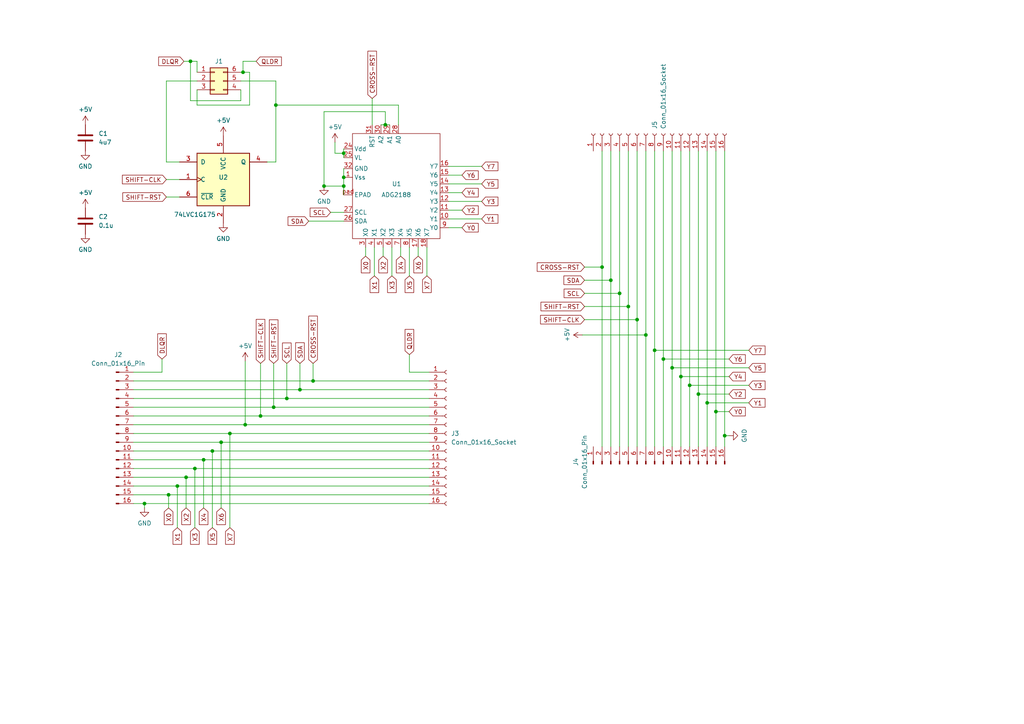
<source format=kicad_sch>
(kicad_sch (version 20230121) (generator eeschema)
  (paper "A4")
  (lib_symbols
    (symbol "74xGxx:74LVC1G175" (pin_names (offset 1.016))
      (property "Reference" "U" (at -5.08 10.16 0))
      (property "Value" "74LVC1G175" (at 10.16 -10.16 0))
      (symbol "74LVC1G175_0_1"
        (rectangle (start -7.62 7.62) (end 7.62 -7.62) (stroke (width 0.254)) (fill (type background)))
      )
      (symbol "74LVC1G175_1_1"
        (pin input clock (at -12.7 0 0) (length 5.08) (name "C") (number "1"))
        (pin power_in line (at 0 -12.7 90) (length 5.08) (name "GND") (number "2"))
        (pin input line (at -12.7 5.08 0) (length 5.08) (name "D") (number "3"))
        (pin output line (at 12.7 5.08 180) (length 5.08) (name "Q") (number "4"))
        (pin power_in line (at 0 12.7 270) (length 5.08) (name "VCC") (number "5"))
        (pin input line (at -12.7 -5.08 0) (length 5.08) (name "~{CLR}") (number "6"))
      )
    )
    (symbol "Connector:Conn_01x16_Pin" (pin_names (offset 1.016) hide)
      (property "Reference" "J" (at 0 20.32 0))
      (property "Value" "Conn_01x16_Pin" (at 0 -22.86 0))
      (symbol "Conn_01x16_Pin_1_1"
        (polyline (pts (xy 1.27 -20.32) (xy 0.8636 -20.32)) (stroke (width 0.1524)))
        (polyline (pts (xy 1.27 -17.78) (xy 0.8636 -17.78)) (stroke (width 0.1524)))
        (polyline (pts (xy 1.27 -15.24) (xy 0.8636 -15.24)) (stroke (width 0.1524)))
        (polyline (pts (xy 1.27 -12.7) (xy 0.8636 -12.7)) (stroke (width 0.1524)))
        (polyline (pts (xy 1.27 -10.16) (xy 0.8636 -10.16)) (stroke (width 0.1524)))
        (polyline (pts (xy 1.27 -7.62) (xy 0.8636 -7.62)) (stroke (width 0.1524)))
        (polyline (pts (xy 1.27 -5.08) (xy 0.8636 -5.08)) (stroke (width 0.1524)))
        (polyline (pts (xy 1.27 -2.54) (xy 0.8636 -2.54)) (stroke (width 0.1524)))
        (polyline (pts (xy 1.27 0) (xy 0.8636 0)) (stroke (width 0.1524)))
        (polyline (pts (xy 1.27 2.54) (xy 0.8636 2.54)) (stroke (width 0.1524)))
        (polyline (pts (xy 1.27 5.08) (xy 0.8636 5.08)) (stroke (width 0.1524)))
        (polyline (pts (xy 1.27 7.62) (xy 0.8636 7.62)) (stroke (width 0.1524)))
        (polyline (pts (xy 1.27 10.16) (xy 0.8636 10.16)) (stroke (width 0.1524)))
        (polyline (pts (xy 1.27 12.7) (xy 0.8636 12.7)) (stroke (width 0.1524)))
        (polyline (pts (xy 1.27 15.24) (xy 0.8636 15.24)) (stroke (width 0.1524)))
        (polyline (pts (xy 1.27 17.78) (xy 0.8636 17.78)) (stroke (width 0.1524)))
        (rectangle (start 0.8636 -20.193) (end 0 -20.447) (stroke (width 0.1524)) (fill (type outline)))
        (rectangle (start 0.8636 -17.653) (end 0 -17.907) (stroke (width 0.1524)) (fill (type outline)))
        (rectangle (start 0.8636 -15.113) (end 0 -15.367) (stroke (width 0.1524)) (fill (type outline)))
        (rectangle (start 0.8636 -12.573) (end 0 -12.827) (stroke (width 0.1524)) (fill (type outline)))
        (rectangle (start 0.8636 -10.033) (end 0 -10.287) (stroke (width 0.1524)) (fill (type outline)))
        (rectangle (start 0.8636 -7.493) (end 0 -7.747) (stroke (width 0.1524)) (fill (type outline)))
        (rectangle (start 0.8636 -4.953) (end 0 -5.207) (stroke (width 0.1524)) (fill (type outline)))
        (rectangle (start 0.8636 -2.413) (end 0 -2.667) (stroke (width 0.1524)) (fill (type outline)))
        (rectangle (start 0.8636 0.127) (end 0 -0.127) (stroke (width 0.1524)) (fill (type outline)))
        (rectangle (start 0.8636 2.667) (end 0 2.413) (stroke (width 0.1524)) (fill (type outline)))
        (rectangle (start 0.8636 5.207) (end 0 4.953) (stroke (width 0.1524)) (fill (type outline)))
        (rectangle (start 0.8636 7.747) (end 0 7.493) (stroke (width 0.1524)) (fill (type outline)))
        (rectangle (start 0.8636 10.287) (end 0 10.033) (stroke (width 0.1524)) (fill (type outline)))
        (rectangle (start 0.8636 12.827) (end 0 12.573) (stroke (width 0.1524)) (fill (type outline)))
        (rectangle (start 0.8636 15.367) (end 0 15.113) (stroke (width 0.1524)) (fill (type outline)))
        (rectangle (start 0.8636 17.907) (end 0 17.653) (stroke (width 0.1524)) (fill (type outline)))
        (pin passive line (at 5.08 17.78 180) (length 3.81) (name "Pin_1") (number "1"))
        (pin passive line (at 5.08 -5.08 180) (length 3.81) (name "Pin_10") (number "10"))
        (pin passive line (at 5.08 -7.62 180) (length 3.81) (name "Pin_11") (number "11"))
        (pin passive line (at 5.08 -10.16 180) (length 3.81) (name "Pin_12") (number "12"))
        (pin passive line (at 5.08 -12.7 180) (length 3.81) (name "Pin_13") (number "13"))
        (pin passive line (at 5.08 -15.24 180) (length 3.81) (name "Pin_14") (number "14"))
        (pin passive line (at 5.08 -17.78 180) (length 3.81) (name "Pin_15") (number "15"))
        (pin passive line (at 5.08 -20.32 180) (length 3.81) (name "Pin_16") (number "16"))
        (pin passive line (at 5.08 15.24 180) (length 3.81) (name "Pin_2") (number "2"))
        (pin passive line (at 5.08 12.7 180) (length 3.81) (name "Pin_3") (number "3"))
        (pin passive line (at 5.08 10.16 180) (length 3.81) (name "Pin_4") (number "4"))
        (pin passive line (at 5.08 7.62 180) (length 3.81) (name "Pin_5") (number "5"))
        (pin passive line (at 5.08 5.08 180) (length 3.81) (name "Pin_6") (number "6"))
        (pin passive line (at 5.08 2.54 180) (length 3.81) (name "Pin_7") (number "7"))
        (pin passive line (at 5.08 0 180) (length 3.81) (name "Pin_8") (number "8"))
        (pin passive line (at 5.08 -2.54 180) (length 3.81) (name "Pin_9") (number "9"))
      )
    )
    (symbol "Connector:Conn_01x16_Socket" (pin_names (offset 1.016) hide)
      (property "Reference" "J" (at 0 20.32 0))
      (property "Value" "Conn_01x16_Socket" (at 0 -22.86 0))
      (symbol "Conn_01x16_Socket_1_1"
        (arc (start 0 -19.812) (mid -0.5058 -20.32) (end 0 -20.828) (stroke (width 0.1524)))
        (arc (start 0 -17.272) (mid -0.5058 -17.78) (end 0 -18.288) (stroke (width 0.1524)))
        (arc (start 0 -14.732) (mid -0.5058 -15.24) (end 0 -15.748) (stroke (width 0.1524)))
        (arc (start 0 -12.192) (mid -0.5058 -12.7) (end 0 -13.208) (stroke (width 0.1524)))
        (arc (start 0 -9.652) (mid -0.5058 -10.16) (end 0 -10.668) (stroke (width 0.1524)))
        (arc (start 0 -7.112) (mid -0.5058 -7.62) (end 0 -8.128) (stroke (width 0.1524)))
        (arc (start 0 -4.572) (mid -0.5058 -5.08) (end 0 -5.588) (stroke (width 0.1524)))
        (arc (start 0 -2.032) (mid -0.5058 -2.54) (end 0 -3.048) (stroke (width 0.1524)))
        (polyline (pts (xy -1.27 -20.32) (xy -0.508 -20.32)) (stroke (width 0.1524)))
        (polyline (pts (xy -1.27 -17.78) (xy -0.508 -17.78)) (stroke (width 0.1524)))
        (polyline (pts (xy -1.27 -15.24) (xy -0.508 -15.24)) (stroke (width 0.1524)))
        (polyline (pts (xy -1.27 -12.7) (xy -0.508 -12.7)) (stroke (width 0.1524)))
        (polyline (pts (xy -1.27 -10.16) (xy -0.508 -10.16)) (stroke (width 0.1524)))
        (polyline (pts (xy -1.27 -7.62) (xy -0.508 -7.62)) (stroke (width 0.1524)))
        (polyline (pts (xy -1.27 -5.08) (xy -0.508 -5.08)) (stroke (width 0.1524)))
        (polyline (pts (xy -1.27 -2.54) (xy -0.508 -2.54)) (stroke (width 0.1524)))
        (polyline (pts (xy -1.27 0) (xy -0.508 0)) (stroke (width 0.1524)))
        (polyline (pts (xy -1.27 2.54) (xy -0.508 2.54)) (stroke (width 0.1524)))
        (polyline (pts (xy -1.27 5.08) (xy -0.508 5.08)) (stroke (width 0.1524)))
        (polyline (pts (xy -1.27 7.62) (xy -0.508 7.62)) (stroke (width 0.1524)))
        (polyline (pts (xy -1.27 10.16) (xy -0.508 10.16)) (stroke (width 0.1524)))
        (polyline (pts (xy -1.27 12.7) (xy -0.508 12.7)) (stroke (width 0.1524)))
        (polyline (pts (xy -1.27 15.24) (xy -0.508 15.24)) (stroke (width 0.1524)))
        (polyline (pts (xy -1.27 17.78) (xy -0.508 17.78)) (stroke (width 0.1524)))
        (arc (start 0 0.508) (mid -0.5058 0) (end 0 -0.508) (stroke (width 0.1524)))
        (arc (start 0 3.048) (mid -0.5058 2.54) (end 0 2.032) (stroke (width 0.1524)))
        (arc (start 0 5.588) (mid -0.5058 5.08) (end 0 4.572) (stroke (width 0.1524)))
        (arc (start 0 8.128) (mid -0.5058 7.62) (end 0 7.112) (stroke (width 0.1524)))
        (arc (start 0 10.668) (mid -0.5058 10.16) (end 0 9.652) (stroke (width 0.1524)))
        (arc (start 0 13.208) (mid -0.5058 12.7) (end 0 12.192) (stroke (width 0.1524)))
        (arc (start 0 15.748) (mid -0.5058 15.24) (end 0 14.732) (stroke (width 0.1524)))
        (arc (start 0 18.288) (mid -0.5058 17.78) (end 0 17.272) (stroke (width 0.1524)))
        (pin passive line (at -5.08 17.78 0) (length 3.81) (name "Pin_1") (number "1"))
        (pin passive line (at -5.08 -5.08 0) (length 3.81) (name "Pin_10") (number "10"))
        (pin passive line (at -5.08 -7.62 0) (length 3.81) (name "Pin_11") (number "11"))
        (pin passive line (at -5.08 -10.16 0) (length 3.81) (name "Pin_12") (number "12"))
        (pin passive line (at -5.08 -12.7 0) (length 3.81) (name "Pin_13") (number "13"))
        (pin passive line (at -5.08 -15.24 0) (length 3.81) (name "Pin_14") (number "14"))
        (pin passive line (at -5.08 -17.78 0) (length 3.81) (name "Pin_15") (number "15"))
        (pin passive line (at -5.08 -20.32 0) (length 3.81) (name "Pin_16") (number "16"))
        (pin passive line (at -5.08 15.24 0) (length 3.81) (name "Pin_2") (number "2"))
        (pin passive line (at -5.08 12.7 0) (length 3.81) (name "Pin_3") (number "3"))
        (pin passive line (at -5.08 10.16 0) (length 3.81) (name "Pin_4") (number "4"))
        (pin passive line (at -5.08 7.62 0) (length 3.81) (name "Pin_5") (number "5"))
        (pin passive line (at -5.08 5.08 0) (length 3.81) (name "Pin_6") (number "6"))
        (pin passive line (at -5.08 2.54 0) (length 3.81) (name "Pin_7") (number "7"))
        (pin passive line (at -5.08 0 0) (length 3.81) (name "Pin_8") (number "8"))
        (pin passive line (at -5.08 -2.54 0) (length 3.81) (name "Pin_9") (number "9"))
      )
    )
    (symbol "Connector_Generic:Conn_02x03_Counter_Clockwise" (pin_names (offset 1.016) hide)
      (property "Reference" "J" (at 1.27 5.08 0))
      (property "Value" "Conn_02x03_Counter_Clockwise" (at 1.27 -5.08 0))
      (symbol "Conn_02x03_Counter_Clockwise_1_1"
        (rectangle (start -1.27 -2.413) (end 0 -2.667) (stroke (width 0.1524)))
        (rectangle (start -1.27 0.127) (end 0 -0.127) (stroke (width 0.1524)))
        (rectangle (start -1.27 2.667) (end 0 2.413) (stroke (width 0.1524)))
        (rectangle (start -1.27 3.81) (end 3.81 -3.81) (stroke (width 0.254)) (fill (type background)))
        (rectangle (start 3.81 -2.413) (end 2.54 -2.667) (stroke (width 0.1524)))
        (rectangle (start 3.81 0.127) (end 2.54 -0.127) (stroke (width 0.1524)))
        (rectangle (start 3.81 2.667) (end 2.54 2.413) (stroke (width 0.1524)))
        (pin passive line (at -5.08 2.54 0) (length 3.81) (name "Pin_1") (number "1"))
        (pin passive line (at -5.08 0 0) (length 3.81) (name "Pin_2") (number "2"))
        (pin passive line (at -5.08 -2.54 0) (length 3.81) (name "Pin_3") (number "3"))
        (pin passive line (at 7.62 -2.54 180) (length 3.81) (name "Pin_4") (number "4"))
        (pin passive line (at 7.62 0 180) (length 3.81) (name "Pin_5") (number "5"))
        (pin passive line (at 7.62 2.54 180) (length 3.81) (name "Pin_6") (number "6"))
      )
    )
    (symbol "Device:C" (pin_numbers hide) (pin_names (offset 0.254))
      (property "Reference" "C" (at 0.635 2.54 0))
      (property "Value" "C" (at 0.635 -2.54 0))
      (symbol "C_0_1"
        (polyline (pts (xy -2.032 -0.762) (xy 2.032 -0.762)) (stroke (width 0.508)))
        (polyline (pts (xy -2.032 0.762) (xy 2.032 0.762)) (stroke (width 0.508)))
      )
      (symbol "C_1_1"
        (pin passive line (at 0 3.81 270) (length 2.794) (name "~") (number "1"))
        (pin passive line (at 0 -3.81 90) (length 2.794) (name "~") (number "2"))
      )
    )
    (symbol "power:+5V" (power) (pin_names (offset 0))
      (property "Value" "+5V" (at 0 3.556 0))
      (symbol "+5V_0_1"
        (polyline (pts (xy -0.762 1.27) (xy 0 2.54)))
        (polyline (pts (xy 0 0) (xy 0 2.54)))
        (polyline (pts (xy 0 2.54) (xy 0.762 1.27)))
      )
      (symbol "+5V_1_1"
        (pin power_in line (at 0 0 90) (length 0) hide (name "+5V") (number "1"))
      )
    )
    (symbol "power:GND" (power) (pin_names (offset 0))
      (property "Value" "GND" (at 0 -3.81 0))
      (symbol "GND_0_1"
        (polyline (pts (xy 0 0) (xy 0 -1.27) (xy 1.27 -1.27) (xy 0 -2.54) (xy -1.27 -1.27) (xy 0 -1.27)))
      )
      (symbol "GND_1_1"
        (pin power_in line (at 0 0 270) (length 0) hide (name "GND") (number "1"))
      )
    )
    (symbol "reprapltd-kicad:ADG2188"
      (property "Reference" "U" (at -2.54 0 0))
      (symbol "ADG2188_0_1"
        (polyline (pts (xy -12.7 14.605) (xy 12.7 14.605) (xy 12.7 -15.875) (xy -12.7 -15.875) (xy -12.7 14.605)))
      )
      (symbol "ADG2188_1_1"
        (pin power_in line (at -15.24 1.905 0) (length 2.54) (name "Vss") (number "1"))
        (pin bidirectional line (at 15.24 -10.16 180) (length 2.54) (name "Y1") (number "10"))
        (pin bidirectional line (at 15.24 -7.62 180) (length 2.54) (name "Y2") (number "11"))
        (pin bidirectional line (at 15.24 -5.08 180) (length 2.54) (name "Y3") (number "12"))
        (pin bidirectional line (at 15.24 -2.54 180) (length 2.54) (name "Y4") (number "13"))
        (pin bidirectional line (at 15.24 0 180) (length 2.54) (name "Y5") (number "14"))
        (pin bidirectional line (at 15.24 2.54 180) (length 2.54) (name "Y6") (number "15"))
        (pin bidirectional line (at 15.24 5.08 180) (length 2.54) (name "Y7") (number "16"))
        (pin bidirectional line (at 6.35 -18.415 90) (length 2.54) (name "X6") (number "17"))
        (pin bidirectional line (at 8.89 -18.415 90) (length 2.54) (name "X7") (number "18"))
        (pin power_in line (at -15.24 10.16 0) (length 2.54) (name "Vdd") (number "24"))
        (pin power_in line (at -15.24 7.62 0) (length 2.54) (name "VL") (number "25"))
        (pin input line (at -15.24 -10.795 0) (length 2.54) (name "SDA") (number "26"))
        (pin input line (at -15.24 -8.255 0) (length 2.54) (name "SCL") (number "27"))
        (pin input line (at 0.635 17.145 270) (length 2.54) (name "A0") (number "28"))
        (pin input line (at -1.905 17.145 270) (length 2.54) (name "A1") (number "29"))
        (pin bidirectional line (at -8.89 -18.415 90) (length 2.54) (name "X0") (number "3"))
        (pin input line (at -4.445 17.145 270) (length 2.54) (name "A2") (number "30"))
        (pin input line (at -6.985 17.145 270) (length 2.54) (name "RST") (number "31"))
        (pin power_in line (at -15.24 4.445 0) (length 2.54) (name "GND") (number "32"))
        (pin bidirectional line (at -6.35 -18.415 90) (length 2.54) (name "X1") (number "4"))
        (pin bidirectional line (at -3.81 -18.415 90) (length 2.54) (name "X2") (number "5"))
        (pin bidirectional line (at -1.27 -18.415 90) (length 2.54) (name "X3") (number "6"))
        (pin bidirectional line (at 1.27 -18.415 90) (length 2.54) (name "X4") (number "7"))
        (pin bidirectional line (at 3.81 -18.415 90) (length 2.54) (name "X5") (number "8"))
        (pin bidirectional line (at 15.24 -12.7 180) (length 2.54) (name "Y0") (number "9"))
        (pin power_in line (at -15.24 -3.175 0) (length 2.54) (name "EPAD") (number "pad"))
      )
    )
  )
  (junction (at 200.025 111.76))
  (junction (at 70.485 20.955))
  (junction (at 205.105 116.84))
  (junction (at 71.12 123.19))
  (junction (at 99.695 44.45))
  (junction (at 90.805 110.49))
  (junction (at 187.325 97.155))
  (junction (at 48.895 143.51))
  (junction (at 111.76 36.195))
  (junction (at 189.865 101.6))
  (junction (at 53.975 138.43))
  (junction (at 55.245 17.78))
  (junction (at 61.595 130.81))
  (junction (at 177.165 81.28))
  (junction (at 51.435 140.97))
  (junction (at 202.565 114.3))
  (junction (at 86.995 113.03))
  (junction (at 83.185 115.57))
  (junction (at 174.625 77.47))
  (junction (at 194.945 106.68))
  (junction (at 207.645 119.38))
  (junction (at 99.695 53.975))
  (junction (at 41.91 146.05))
  (junction (at 197.485 109.22))
  (junction (at 66.675 125.73))
  (junction (at 59.055 133.35))
  (junction (at 192.405 104.14))
  (junction (at 75.565 120.65))
  (junction (at 184.785 92.71))
  (junction (at 182.245 88.9))
  (junction (at 56.515 135.89))
  (junction (at 64.135 128.27))
  (junction (at 210.185 126.365))
  (junction (at 93.98 53.975))
  (junction (at 80.01 30.48))
  (junction (at 79.375 118.11))
  (junction (at 179.705 85.09))
  (junction (at 99.695 51.435))
  (wire (pts (xy 38.735 133.35) (xy 59.055 133.35)))
  (wire (pts (xy 66.675 125.73) (xy 124.46 125.73)))
  (wire (pts (xy 121.285 71.755) (xy 121.285 74.295)))
  (wire (pts (xy 80.01 30.48) (xy 115.57 30.48)))
  (wire (pts (xy 124.46 107.95) (xy 118.745 107.95)))
  (wire (pts (xy 38.735 128.27) (xy 64.135 128.27)))
  (wire (pts (xy 169.545 77.47) (xy 174.625 77.47)))
  (wire (pts (xy 130.175 48.26) (xy 139.7 48.26)))
  (wire (pts (xy 184.785 129.54) (xy 184.785 92.71)))
  (wire (pts (xy 130.175 55.88) (xy 133.985 55.88)))
  (wire (pts (xy 71.12 123.19) (xy 124.46 123.19)))
  (wire (pts (xy 99.695 53.975) (xy 99.695 56.515)))
  (wire (pts (xy 99.695 44.45) (xy 99.695 45.72)))
  (wire (pts (xy 38.735 140.97) (xy 51.435 140.97)))
  (wire (pts (xy 66.675 125.73) (xy 66.675 153.035)))
  (wire (pts (xy 194.945 106.68) (xy 194.945 43.815)))
  (wire (pts (xy 83.185 115.57) (xy 124.46 115.57)))
  (wire (pts (xy 194.945 106.68) (xy 217.17 106.68)))
  (wire (pts (xy 130.175 58.42) (xy 139.7 58.42)))
  (wire (pts (xy 189.865 101.6) (xy 217.17 101.6)))
  (wire (pts (xy 210.185 126.365) (xy 210.185 43.815)))
  (wire (pts (xy 59.055 133.35) (xy 59.055 147.32)))
  (wire (pts (xy 53.975 138.43) (xy 38.735 138.43)))
  (wire (pts (xy 99.695 44.45) (xy 97.155 44.45)))
  (wire (pts (xy 207.645 119.38) (xy 211.455 119.38)))
  (wire (pts (xy 111.125 71.755) (xy 111.125 74.295)))
  (wire (pts (xy 187.325 97.155) (xy 187.325 43.815)))
  (wire (pts (xy 192.405 104.14) (xy 192.405 43.815)))
  (wire (pts (xy 169.545 92.71) (xy 184.785 92.71)))
  (wire (pts (xy 80.01 30.48) (xy 80.01 46.99)))
  (wire (pts (xy 38.735 115.57) (xy 83.185 115.57)))
  (wire (pts (xy 56.515 135.89) (xy 56.515 153.035)))
  (wire (pts (xy 130.175 53.34) (xy 139.7 53.34)))
  (wire (pts (xy 86.995 105.41) (xy 86.995 113.03)))
  (wire (pts (xy 111.76 36.195) (xy 113.03 36.195)))
  (wire (pts (xy 51.435 140.97) (xy 124.46 140.97)))
  (wire (pts (xy 202.565 114.3) (xy 211.455 114.3)))
  (wire (pts (xy 64.135 128.27) (xy 124.46 128.27)))
  (wire (pts (xy 184.785 92.71) (xy 184.785 43.815)))
  (wire (pts (xy 200.025 111.76) (xy 217.17 111.76)))
  (wire (pts (xy 174.625 129.54) (xy 174.625 77.47)))
  (wire (pts (xy 205.105 129.54) (xy 205.105 116.84)))
  (wire (pts (xy 200.025 129.54) (xy 200.025 111.76)))
  (wire (pts (xy 130.175 63.5) (xy 139.7 63.5)))
  (wire (pts (xy 38.735 118.11) (xy 79.375 118.11)))
  (wire (pts (xy 70.485 17.78) (xy 74.295 17.78)))
  (wire (pts (xy 75.565 120.65) (xy 124.46 120.65)))
  (wire (pts (xy 69.85 23.495) (xy 80.01 23.495)))
  (wire (pts (xy 192.405 129.54) (xy 192.405 104.14)))
  (wire (pts (xy 169.545 81.28) (xy 177.165 81.28)))
  (wire (pts (xy 90.805 105.41) (xy 90.805 110.49)))
  (wire (pts (xy 38.735 123.19) (xy 71.12 123.19)))
  (wire (pts (xy 48.26 52.07) (xy 52.07 52.07)))
  (wire (pts (xy 179.705 129.54) (xy 179.705 85.09)))
  (wire (pts (xy 48.26 23.495) (xy 48.26 46.99)))
  (wire (pts (xy 210.185 126.365) (xy 211.455 126.365)))
  (wire (pts (xy 57.15 17.78) (xy 55.245 17.78)))
  (wire (pts (xy 70.485 20.955) (xy 70.485 17.78)))
  (wire (pts (xy 57.15 30.48) (xy 57.15 26.035)))
  (wire (pts (xy 38.735 120.65) (xy 75.565 120.65)))
  (wire (pts (xy 64.135 128.27) (xy 64.135 147.32)))
  (wire (pts (xy 83.185 105.41) (xy 83.185 115.57)))
  (wire (pts (xy 197.485 109.22) (xy 197.485 43.815)))
  (wire (pts (xy 38.735 113.03) (xy 86.995 113.03)))
  (wire (pts (xy 177.165 81.28) (xy 177.165 43.815)))
  (wire (pts (xy 46.99 107.95) (xy 46.99 104.14)))
  (wire (pts (xy 194.945 129.54) (xy 194.945 106.68)))
  (wire (pts (xy 80.01 23.495) (xy 80.01 30.48)))
  (wire (pts (xy 95.885 61.595) (xy 99.695 61.595)))
  (wire (pts (xy 207.645 129.54) (xy 207.645 119.38)))
  (wire (pts (xy 80.01 46.99) (xy 77.47 46.99)))
  (wire (pts (xy 197.485 109.22) (xy 211.455 109.22)))
  (wire (pts (xy 75.565 105.41) (xy 75.565 120.65)))
  (wire (pts (xy 118.745 71.755) (xy 118.745 80.01)))
  (wire (pts (xy 79.375 105.41) (xy 79.375 118.11)))
  (wire (pts (xy 111.76 36.195) (xy 111.76 32.385)))
  (wire (pts (xy 93.98 32.385) (xy 93.98 53.975)))
  (wire (pts (xy 69.85 26.035) (xy 69.85 29.21)))
  (wire (pts (xy 99.695 51.435) (xy 99.695 53.975)))
  (wire (pts (xy 113.665 71.755) (xy 113.665 80.01)))
  (wire (pts (xy 41.91 146.05) (xy 41.91 147.32)))
  (wire (pts (xy 210.185 129.54) (xy 210.185 126.365)))
  (wire (pts (xy 72.39 20.955) (xy 72.39 30.48)))
  (wire (pts (xy 110.49 36.195) (xy 111.76 36.195)))
  (wire (pts (xy 93.98 53.975) (xy 99.695 53.975)))
  (wire (pts (xy 48.26 23.495) (xy 57.15 23.495)))
  (wire (pts (xy 38.735 146.05) (xy 41.91 146.05)))
  (wire (pts (xy 59.055 133.35) (xy 124.46 133.35)))
  (wire (pts (xy 53.975 138.43) (xy 53.975 147.32)))
  (wire (pts (xy 108.585 71.755) (xy 108.585 80.01)))
  (wire (pts (xy 111.76 32.385) (xy 93.98 32.385)))
  (wire (pts (xy 38.735 143.51) (xy 48.895 143.51)))
  (wire (pts (xy 106.045 71.755) (xy 106.045 74.295)))
  (wire (pts (xy 38.735 130.81) (xy 61.595 130.81)))
  (wire (pts (xy 118.745 107.95) (xy 118.745 102.87)))
  (wire (pts (xy 187.325 129.54) (xy 187.325 97.155)))
  (wire (pts (xy 38.735 110.49) (xy 90.805 110.49)))
  (wire (pts (xy 115.57 36.195) (xy 115.57 30.48)))
  (wire (pts (xy 51.435 140.97) (xy 51.435 153.035)))
  (wire (pts (xy 205.105 116.84) (xy 205.105 43.815)))
  (wire (pts (xy 124.46 138.43) (xy 53.975 138.43)))
  (wire (pts (xy 56.515 135.89) (xy 124.46 135.89)))
  (wire (pts (xy 200.025 111.76) (xy 200.025 43.815)))
  (wire (pts (xy 107.95 28.575) (xy 107.95 36.195)))
  (wire (pts (xy 55.245 17.78) (xy 53.34 17.78)))
  (wire (pts (xy 41.91 146.05) (xy 124.46 146.05)))
  (wire (pts (xy 168.91 97.155) (xy 187.325 97.155)))
  (wire (pts (xy 48.26 57.15) (xy 52.07 57.15)))
  (wire (pts (xy 38.735 135.89) (xy 56.515 135.89)))
  (wire (pts (xy 192.405 104.14) (xy 211.455 104.14)))
  (wire (pts (xy 38.735 125.73) (xy 66.675 125.73)))
  (wire (pts (xy 48.895 143.51) (xy 48.895 147.32)))
  (wire (pts (xy 90.805 110.49) (xy 124.46 110.49)))
  (wire (pts (xy 189.865 129.54) (xy 189.865 101.6)))
  (wire (pts (xy 179.705 85.09) (xy 179.705 43.815)))
  (wire (pts (xy 182.245 88.9) (xy 182.245 43.815)))
  (wire (pts (xy 99.695 48.895) (xy 99.695 51.435)))
  (wire (pts (xy 177.165 129.54) (xy 177.165 81.28)))
  (wire (pts (xy 197.485 129.54) (xy 197.485 109.22)))
  (wire (pts (xy 202.565 43.815) (xy 202.565 114.3)))
  (wire (pts (xy 48.895 143.51) (xy 124.46 143.51)))
  (wire (pts (xy 130.175 66.04) (xy 133.985 66.04)))
  (wire (pts (xy 71.12 104.775) (xy 71.12 123.19)))
  (wire (pts (xy 57.15 20.955) (xy 57.15 17.78)))
  (wire (pts (xy 79.375 118.11) (xy 124.46 118.11)))
  (wire (pts (xy 69.85 20.955) (xy 70.485 20.955)))
  (wire (pts (xy 48.26 46.99) (xy 52.07 46.99)))
  (wire (pts (xy 97.155 41.275) (xy 97.155 44.45)))
  (wire (pts (xy 38.735 107.95) (xy 46.99 107.95)))
  (wire (pts (xy 69.85 29.21) (xy 55.245 29.21)))
  (wire (pts (xy 174.625 77.47) (xy 174.625 43.815)))
  (wire (pts (xy 70.485 20.955) (xy 72.39 20.955)))
  (wire (pts (xy 207.645 119.38) (xy 207.645 43.815)))
  (wire (pts (xy 130.175 60.96) (xy 133.985 60.96)))
  (wire (pts (xy 169.545 85.09) (xy 179.705 85.09)))
  (wire (pts (xy 123.825 71.755) (xy 123.825 80.01)))
  (wire (pts (xy 55.245 17.78) (xy 55.245 29.21)))
  (wire (pts (xy 116.205 71.755) (xy 116.205 74.295)))
  (wire (pts (xy 72.39 30.48) (xy 57.15 30.48)))
  (wire (pts (xy 202.565 114.3) (xy 202.565 129.54)))
  (wire (pts (xy 189.865 101.6) (xy 189.865 43.815)))
  (wire (pts (xy 61.595 130.81) (xy 124.46 130.81)))
  (wire (pts (xy 130.175 50.8) (xy 133.985 50.8)))
  (wire (pts (xy 61.595 130.81) (xy 61.595 153.035)))
  (wire (pts (xy 89.535 64.135) (xy 99.695 64.135)))
  (wire (pts (xy 182.245 129.54) (xy 182.245 88.9)))
  (wire (pts (xy 205.105 116.84) (xy 217.17 116.84)))
  (wire (pts (xy 169.545 88.9) (xy 182.245 88.9)))
  (wire (pts (xy 86.995 113.03) (xy 124.46 113.03)))
  (wire (pts (xy 99.695 43.18) (xy 99.695 44.45)))
  (global_label "DLQR" (shape input) (at 46.99 104.14 90) (property "Intersheetrefs" "${INTERSHEET_REFS}" (effects hide)))
  (global_label "X3" (shape input) (at 56.515 153.035 270) (property "Intersheetrefs" "${INTERSHEET_REFS}" (effects hide)))
  (global_label "DLQR" (shape input) (at 53.34 17.78 180) (property "Intersheetrefs" "${INTERSHEET_REFS}" (effects hide)))
  (global_label "SHIFT-CLK" (shape input) (at 48.26 52.07 180) (property "Intersheetrefs" "${INTERSHEET_REFS}" (effects hide)))
  (global_label "X6" (shape input) (at 121.285 74.295 270) (property "Intersheetrefs" "${INTERSHEET_REFS}" (effects hide)))
  (global_label "X4" (shape input) (at 116.205 74.295 270) (property "Intersheetrefs" "${INTERSHEET_REFS}" (effects hide)))
  (global_label "Y3" (shape input) (at 217.17 111.76 0) (property "Intersheetrefs" "${INTERSHEET_REFS}" (effects hide)))
  (global_label "SDA" (shape input) (at 169.545 81.28 180) (property "Intersheetrefs" "${INTERSHEET_REFS}" (effects hide)))
  (global_label "X6" (shape input) (at 64.135 147.32 270) (property "Intersheetrefs" "${INTERSHEET_REFS}" (effects hide)))
  (global_label "QLDR" (shape input) (at 118.745 102.87 90) (property "Intersheetrefs" "${INTERSHEET_REFS}" (effects hide)))
  (global_label "SHIFT-CLK" (shape input) (at 169.545 92.71 180) (property "Intersheetrefs" "${INTERSHEET_REFS}" (effects hide)))
  (global_label "CROSS-RST" (shape input) (at 90.805 105.41 90) (property "Intersheetrefs" "${INTERSHEET_REFS}" (effects hide)))
  (global_label "X2" (shape input) (at 111.125 74.295 270) (property "Intersheetrefs" "${INTERSHEET_REFS}" (effects hide)))
  (global_label "SCL" (shape input) (at 83.185 105.41 90) (property "Intersheetrefs" "${INTERSHEET_REFS}" (effects hide)))
  (global_label "Y5" (shape input) (at 217.17 106.68 0) (property "Intersheetrefs" "${INTERSHEET_REFS}" (effects hide)))
  (global_label "Y0" (shape input) (at 133.985 66.04 0) (property "Intersheetrefs" "${INTERSHEET_REFS}" (effects hide)))
  (global_label "X1" (shape input) (at 51.435 153.035 270) (property "Intersheetrefs" "${INTERSHEET_REFS}" (effects hide)))
  (global_label "Y2" (shape input) (at 211.455 114.3 0) (property "Intersheetrefs" "${INTERSHEET_REFS}" (effects hide)))
  (global_label "Y7" (shape input) (at 139.7 48.26 0) (property "Intersheetrefs" "${INTERSHEET_REFS}" (effects hide)))
  (global_label "X1" (shape input) (at 108.585 80.01 270) (property "Intersheetrefs" "${INTERSHEET_REFS}" (effects hide)))
  (global_label "Y7" (shape input) (at 217.17 101.6 0) (property "Intersheetrefs" "${INTERSHEET_REFS}" (effects hide)))
  (global_label "Y1" (shape input) (at 139.7 63.5 0) (property "Intersheetrefs" "${INTERSHEET_REFS}" (effects hide)))
  (global_label "X7" (shape input) (at 123.825 80.01 270) (property "Intersheetrefs" "${INTERSHEET_REFS}" (effects hide)))
  (global_label "X0" (shape input) (at 106.045 74.295 270) (property "Intersheetrefs" "${INTERSHEET_REFS}" (effects hide)))
  (global_label "X2" (shape input) (at 53.975 147.32 270) (property "Intersheetrefs" "${INTERSHEET_REFS}" (effects hide)))
  (global_label "SHIFT-RST" (shape input) (at 169.545 88.9 180) (property "Intersheetrefs" "${INTERSHEET_REFS}" (effects hide)))
  (global_label "CROSS-RST" (shape input) (at 169.545 77.47 180) (property "Intersheetrefs" "${INTERSHEET_REFS}" (effects hide)))
  (global_label "X3" (shape input) (at 113.665 80.01 270) (property "Intersheetrefs" "${INTERSHEET_REFS}" (effects hide)))
  (global_label "SHIFT-RST" (shape input) (at 48.26 57.15 180) (property "Intersheetrefs" "${INTERSHEET_REFS}" (effects hide)))
  (global_label "Y6" (shape input) (at 211.455 104.14 0) (property "Intersheetrefs" "${INTERSHEET_REFS}" (effects hide)))
  (global_label "SCL" (shape input) (at 95.885 61.595 180) (property "Intersheetrefs" "${INTERSHEET_REFS}" (effects hide)))
  (global_label "Y6" (shape input) (at 133.985 50.8 0) (property "Intersheetrefs" "${INTERSHEET_REFS}" (effects hide)))
  (global_label "X4" (shape input) (at 59.055 147.32 270) (property "Intersheetrefs" "${INTERSHEET_REFS}" (effects hide)))
  (global_label "SHIFT-RST" (shape input) (at 79.375 105.41 90) (property "Intersheetrefs" "${INTERSHEET_REFS}" (effects hide)))
  (global_label "SCL" (shape input) (at 169.545 85.09 180) (property "Intersheetrefs" "${INTERSHEET_REFS}" (effects hide)))
  (global_label "Y3" (shape input) (at 139.7 58.42 0) (property "Intersheetrefs" "${INTERSHEET_REFS}" (effects hide)))
  (global_label "SDA" (shape input) (at 86.995 105.41 90) (property "Intersheetrefs" "${INTERSHEET_REFS}" (effects hide)))
  (global_label "Y1" (shape input) (at 217.17 116.84 0) (property "Intersheetrefs" "${INTERSHEET_REFS}" (effects hide)))
  (global_label "SDA" (shape input) (at 89.535 64.135 180) (property "Intersheetrefs" "${INTERSHEET_REFS}" (effects hide)))
  (global_label "Y4" (shape input) (at 211.455 109.22 0) (property "Intersheetrefs" "${INTERSHEET_REFS}" (effects hide)))
  (global_label "X0" (shape input) (at 48.895 147.32 270) (property "Intersheetrefs" "${INTERSHEET_REFS}" (effects hide)))
  (global_label "QLDR" (shape input) (at 74.295 17.78 0) (property "Intersheetrefs" "${INTERSHEET_REFS}" (effects hide)))
  (global_label "X5" (shape input) (at 61.595 153.035 270) (property "Intersheetrefs" "${INTERSHEET_REFS}" (effects hide)))
  (global_label "Y4" (shape input) (at 133.985 55.88 0) (property "Intersheetrefs" "${INTERSHEET_REFS}" (effects hide)))
  (global_label "Y0" (shape input) (at 211.455 119.38 0) (property "Intersheetrefs" "${INTERSHEET_REFS}" (effects hide)))
  (global_label "SHIFT-CLK" (shape input) (at 75.565 105.41 90) (property "Intersheetrefs" "${INTERSHEET_REFS}" (effects hide)))
  (global_label "X7" (shape input) (at 66.675 153.035 270) (property "Intersheetrefs" "${INTERSHEET_REFS}" (effects hide)))
  (global_label "Y2" (shape input) (at 133.985 60.96 0) (property "Intersheetrefs" "${INTERSHEET_REFS}" (effects hide)))
  (global_label "CROSS-RST" (shape input) (at 107.95 28.575 90) (property "Intersheetrefs" "${INTERSHEET_REFS}" (effects hide)))
  (global_label "X5" (shape input) (at 118.745 80.01 270) (property "Intersheetrefs" "${INTERSHEET_REFS}" (effects hide)))
  (global_label "Y5" (shape input) (at 139.7 53.34 0) (property "Intersheetrefs" "${INTERSHEET_REFS}" (effects hide)))
  (symbol (lib_id "power:GND") (at 93.98 53.975 0) (unit 1)
    (property "Reference" "#PWR02" (effects hide))
    (property "Value" "GND" (at 93.98 58.42 0))
  )
  (symbol (lib_id "power:GND") (at 24.765 43.815 0) (unit 1)
    (property "Reference" "#PWR06" (effects hide))
    (property "Value" "GND" (at 24.765 48.26 0))
  )
  (symbol (lib_id "Device:C") (at 24.765 64.135 0) (unit 1)
    (property "Reference" "C2" (at 28.575 62.865 0) (effects (justify left)))
    (property "Value" "0.1u" (at 28.575 65.405 0) (effects (justify left)))
    (property "Footprint" "Capacitor_SMD:C_0805_2012Metric" (effects hide))
  )
  (symbol (lib_id "Connector:Conn_01x16_Socket") (at 129.54 125.73 0) (unit 1)
    (property "Reference" "J3" (at 130.81 125.73 0) (effects (justify left)))
    (property "Value" "Conn_01x16_Socket" (at 130.81 128.27 0) (effects (justify left)))
    (property "Footprint" "Connector_PinSocket_1.27mm:PinSocket_1x16_P1.27mm_Vertical" (effects hide))
  )
  (symbol (lib_id "Connector:Conn_01x16_Pin") (at 189.865 134.62 90) (unit 1)
    (property "Reference" "J4" (at 167.005 133.985 0))
    (property "Value" "Conn_01x16_Pin" (at 169.545 133.985 0))
    (property "Footprint" "Connector_PinSocket_1.27mm:PinSocket_1x16_P1.27mm_Vertical" (effects hide))
  )
  (symbol (lib_id "power:GND") (at 64.77 64.77 0) (unit 1)
    (property "Reference" "#PWR04" (effects hide))
    (property "Value" "GND" (at 64.77 69.215 0))
  )
  (symbol (lib_id "reprapltd-kicad:ADG2188") (at 114.935 53.34 0) (unit 1)
    (property "Reference" "U1" (at 113.665 53.34 0) (effects (justify left)))
    (property "Value" "ADG2188" (at 114.935 56.515 0))
    (property "Footprint" "reprapltd-kicad:QFN50P500X500X100-33N" (effects hide))
  )
  (symbol (lib_id "Device:C") (at 24.765 40.005 0) (unit 1)
    (property "Reference" "C1" (at 28.575 38.735 0) (effects (justify left)))
    (property "Value" "4u7" (at 28.575 41.275 0) (effects (justify left)))
    (property "Footprint" "Capacitor_SMD:C_0805_2012Metric" (effects hide))
  )
  (symbol (lib_id "power:+5V") (at 24.765 60.325 0) (unit 1)
    (property "Reference" "#PWR011" (effects hide))
    (property "Value" "+5V" (at 24.765 55.88 0))
  )
  (symbol (lib_id "power:+5V") (at 64.77 39.37 0) (unit 1)
    (property "Reference" "#PWR03" (effects hide))
    (property "Value" "+5V" (at 64.77 34.925 0))
  )
  (symbol (lib_id "power:+5V") (at 97.155 41.275 0) (unit 1)
    (property "Reference" "#PWR01" (effects hide))
    (property "Value" "+5V" (at 97.155 36.83 0))
  )
  (symbol (lib_id "Connector:Conn_01x16_Socket") (at 189.865 38.735 90) (unit 1)
    (property "Reference" "J5" (at 189.865 37.465 0) (effects (justify left)))
    (property "Value" "Conn_01x16_Socket" (at 192.405 37.465 0) (effects (justify left)))
    (property "Footprint" "Connector_PinSocket_1.27mm:PinSocket_1x16_P1.27mm_Vertical" (effects hide))
  )
  (symbol (lib_id "74xGxx:74LVC1G175") (at 64.77 52.07 0) (unit 1)
    (property "Reference" "U2" (at 64.77 51.435 0))
    (property "Value" "74LVC1G175" (at 56.515 62.23 0))
    (property "Footprint" "Package_TO_SOT_SMD:SOT-363_SC-70-6_Handsoldering" (effects hide))
    (property "Datasheet" "http://www.ti.com/lit/sg/scyt129e/scyt129e.pdf" (effects hide))
  )
  (symbol (lib_id "power:+5V") (at 71.12 104.775 0) (unit 1)
    (property "Reference" "#PWR08" (effects hide))
    (property "Value" "+5V" (at 71.12 100.33 0))
  )
  (symbol (lib_id "power:GND") (at 41.91 147.32 0) (unit 1)
    (property "Reference" "#PWR07" (effects hide))
    (property "Value" "GND" (at 41.91 151.765 0))
  )
  (symbol (lib_id "Connector:Conn_01x16_Pin") (at 33.655 125.73 0) (unit 1)
    (property "Reference" "J2" (at 34.29 102.87 0))
    (property "Value" "Conn_01x16_Pin" (at 34.29 105.41 0))
    (property "Footprint" "Connector_PinSocket_1.27mm:PinSocket_1x16_P1.27mm_Vertical" (effects hide))
  )
  (symbol (lib_id "power:GND") (at 24.765 67.945 0) (unit 1)
    (property "Reference" "#PWR012" (effects hide))
    (property "Value" "GND" (at 24.765 72.39 0))
  )
  (symbol (lib_id "power:+5V") (at 24.765 36.195 0) (unit 1)
    (property "Reference" "#PWR05" (effects hide))
    (property "Value" "+5V" (at 24.765 31.75 0))
  )
  (symbol (lib_id "power:+5V") (at 168.91 97.155 90) (unit 1)
    (property "Reference" "#PWR010" (effects hide))
    (property "Value" "+5V" (at 164.465 97.155 0))
  )
  (symbol (lib_id "Connector_Generic:Conn_02x03_Counter_Clockwise") (at 62.23 23.495 0) (unit 1)
    (property "Reference" "J1" (at 63.5 17.78 0))
    (property "Value" "Conn_02x03_Counter_Clockwise" (effects hide))
    (property "Footprint" "Connector_PinSocket_1.27mm:PinSocket_2x03_P1.27mm_Vertical" (effects hide))
  )
  (symbol (lib_id "power:GND") (at 211.455 126.365 90) (unit 1)
    (property "Reference" "#PWR09" (effects hide))
    (property "Value" "GND" (at 215.9 126.365 0))
  )
)
</source>
